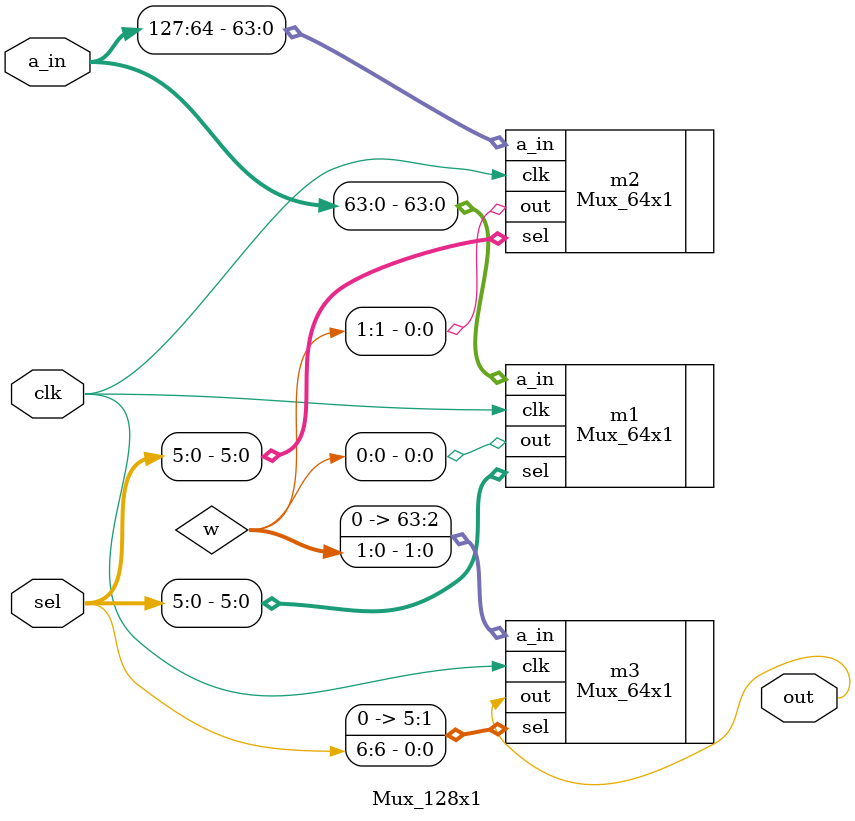
<source format=v>


module Mux_128x1 (
			input clk,	
			input [127:0] a_in,
			input [6:0] sel,
			output out
		);

	wire [1:0] w;
	
	Mux_64x1 m1(.clk(clk), .sel(sel[5:0]), .a_in(a_in[63:0]), .out(w[0]));
	Mux_64x1 m2(.clk(clk), .sel(sel[5:0]), .a_in(a_in[127:64]), .out(w[1]));
	Mux_64x1 m3(.clk(clk), .sel({5'b0, sel[6]}), .a_in({62'b0, w}), .out(out));
	

endmodule
</source>
